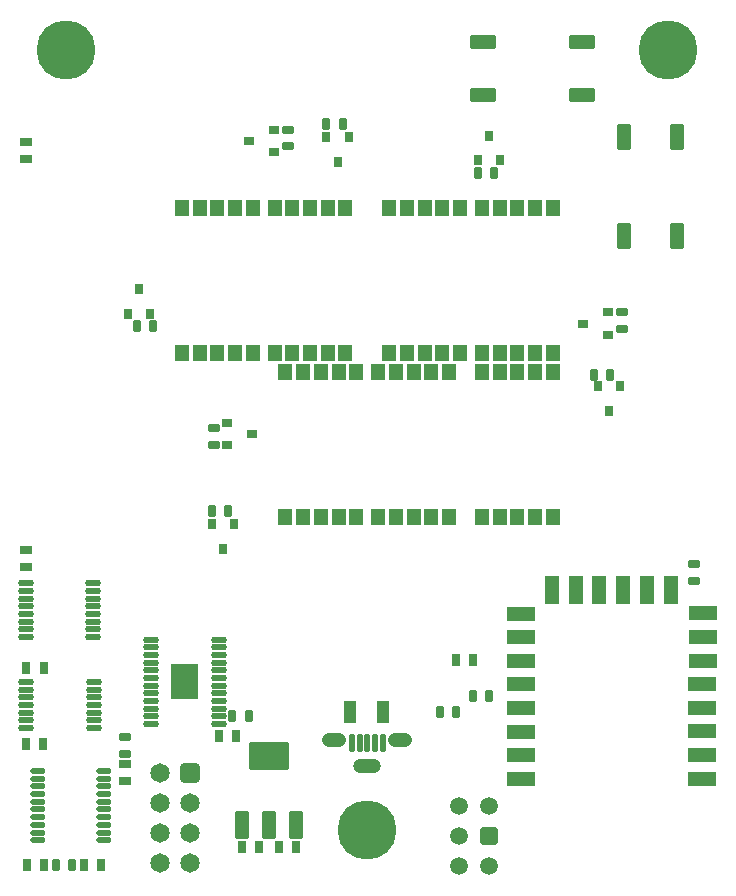
<source format=gbr>
%TF.GenerationSoftware,Altium Limited,Altium Designer,20.1.8 (145)*%
G04 Layer_Color=16711935*
%FSLAX44Y44*%
%MOMM*%
%TF.SameCoordinates,136F3CA4-168E-489F-BF15-BD865E51D291*%
%TF.FilePolarity,Negative*%
%TF.FileFunction,Soldermask,Bot*%
%TF.Part,Single*%
G01*
G75*
%TA.AperFunction,ComponentPad*%
%ADD55C,1.5000*%
G04:AMPARAMS|DCode=56|XSize=1.5mm|YSize=1.5mm|CornerRadius=0.15mm|HoleSize=0mm|Usage=FLASHONLY|Rotation=180.000|XOffset=0mm|YOffset=0mm|HoleType=Round|Shape=RoundedRectangle|*
%AMROUNDEDRECTD56*
21,1,1.5000,1.2000,0,0,180.0*
21,1,1.2000,1.5000,0,0,180.0*
1,1,0.3000,-0.6000,0.6000*
1,1,0.3000,0.6000,0.6000*
1,1,0.3000,0.6000,-0.6000*
1,1,0.3000,-0.6000,-0.6000*
%
%ADD56ROUNDEDRECTD56*%
%TA.AperFunction,SMDPad,CuDef*%
G04:AMPARAMS|DCode=92|XSize=2.25mm|YSize=1.15mm|CornerRadius=0.125mm|HoleSize=0mm|Usage=FLASHONLY|Rotation=90.000|XOffset=0mm|YOffset=0mm|HoleType=Round|Shape=RoundedRectangle|*
%AMROUNDEDRECTD92*
21,1,2.2500,0.9000,0,0,90.0*
21,1,2.0000,1.1500,0,0,90.0*
1,1,0.2500,0.4500,1.0000*
1,1,0.2500,0.4500,-1.0000*
1,1,0.2500,-0.4500,-1.0000*
1,1,0.2500,-0.4500,1.0000*
%
%ADD92ROUNDEDRECTD92*%
G04:AMPARAMS|DCode=93|XSize=2.25mm|YSize=1.15mm|CornerRadius=0.125mm|HoleSize=0mm|Usage=FLASHONLY|Rotation=180.000|XOffset=0mm|YOffset=0mm|HoleType=Round|Shape=RoundedRectangle|*
%AMROUNDEDRECTD93*
21,1,2.2500,0.9000,0,0,180.0*
21,1,2.0000,1.1500,0,0,180.0*
1,1,0.2500,-1.0000,0.4500*
1,1,0.2500,1.0000,0.4500*
1,1,0.2500,1.0000,-0.4500*
1,1,0.2500,-1.0000,-0.4500*
%
%ADD93ROUNDEDRECTD93*%
G04:AMPARAMS|DCode=94|XSize=1.15mm|YSize=1.4mm|CornerRadius=0.08mm|HoleSize=0mm|Usage=FLASHONLY|Rotation=180.000|XOffset=0mm|YOffset=0mm|HoleType=Round|Shape=RoundedRectangle|*
%AMROUNDEDRECTD94*
21,1,1.1500,1.2400,0,0,180.0*
21,1,0.9900,1.4000,0,0,180.0*
1,1,0.1600,-0.4950,0.6200*
1,1,0.1600,0.4950,0.6200*
1,1,0.1600,0.4950,-0.6200*
1,1,0.1600,-0.4950,-0.6200*
%
%ADD94ROUNDEDRECTD94*%
G04:AMPARAMS|DCode=95|XSize=1mm|YSize=0.75mm|CornerRadius=0.078mm|HoleSize=0mm|Usage=FLASHONLY|Rotation=0.000|XOffset=0mm|YOffset=0mm|HoleType=Round|Shape=RoundedRectangle|*
%AMROUNDEDRECTD95*
21,1,1.0000,0.5940,0,0,0.0*
21,1,0.8440,0.7500,0,0,0.0*
1,1,0.1560,0.4220,-0.2970*
1,1,0.1560,-0.4220,-0.2970*
1,1,0.1560,-0.4220,0.2970*
1,1,0.1560,0.4220,0.2970*
%
%ADD95ROUNDEDRECTD95*%
G04:AMPARAMS|DCode=96|XSize=1mm|YSize=0.75mm|CornerRadius=0.078mm|HoleSize=0mm|Usage=FLASHONLY|Rotation=270.000|XOffset=0mm|YOffset=0mm|HoleType=Round|Shape=RoundedRectangle|*
%AMROUNDEDRECTD96*
21,1,1.0000,0.5940,0,0,270.0*
21,1,0.8440,0.7500,0,0,270.0*
1,1,0.1560,-0.2970,-0.4220*
1,1,0.1560,-0.2970,0.4220*
1,1,0.1560,0.2970,0.4220*
1,1,0.1560,0.2970,-0.4220*
%
%ADD96ROUNDEDRECTD96*%
%ADD97O,1.3500X0.5500*%
%ADD98O,1.3000X0.5500*%
G04:AMPARAMS|DCode=99|XSize=1.8mm|YSize=1.1mm|CornerRadius=0.0798mm|HoleSize=0mm|Usage=FLASHONLY|Rotation=270.000|XOffset=0mm|YOffset=0mm|HoleType=Round|Shape=RoundedRectangle|*
%AMROUNDEDRECTD99*
21,1,1.8000,0.9405,0,0,270.0*
21,1,1.6405,1.1000,0,0,270.0*
1,1,0.1595,-0.4703,-0.8203*
1,1,0.1595,-0.4703,0.8203*
1,1,0.1595,0.4703,0.8203*
1,1,0.1595,0.4703,-0.8203*
%
%ADD99ROUNDEDRECTD99*%
G04:AMPARAMS|DCode=100|XSize=1.15mm|YSize=2.3mm|CornerRadius=0.08mm|HoleSize=0mm|Usage=FLASHONLY|Rotation=0.000|XOffset=0mm|YOffset=0mm|HoleType=Round|Shape=RoundedRectangle|*
%AMROUNDEDRECTD100*
21,1,1.1500,2.1400,0,0,0.0*
21,1,0.9900,2.3000,0,0,0.0*
1,1,0.1600,0.4950,-1.0700*
1,1,0.1600,-0.4950,-1.0700*
1,1,0.1600,-0.4950,1.0700*
1,1,0.1600,0.4950,1.0700*
%
%ADD100ROUNDEDRECTD100*%
G04:AMPARAMS|DCode=101|XSize=3.4mm|YSize=2.3mm|CornerRadius=0.0858mm|HoleSize=0mm|Usage=FLASHONLY|Rotation=0.000|XOffset=0mm|YOffset=0mm|HoleType=Round|Shape=RoundedRectangle|*
%AMROUNDEDRECTD101*
21,1,3.4000,2.1285,0,0,0.0*
21,1,3.2285,2.3000,0,0,0.0*
1,1,0.1715,1.6143,-1.0642*
1,1,0.1715,-1.6143,-1.0642*
1,1,0.1715,-1.6143,1.0642*
1,1,0.1715,1.6143,1.0642*
%
%ADD101ROUNDEDRECTD101*%
G04:AMPARAMS|DCode=102|XSize=0.7mm|YSize=0.85mm|CornerRadius=0.0778mm|HoleSize=0mm|Usage=FLASHONLY|Rotation=0.000|XOffset=0mm|YOffset=0mm|HoleType=Round|Shape=RoundedRectangle|*
%AMROUNDEDRECTD102*
21,1,0.7000,0.6945,0,0,0.0*
21,1,0.5445,0.8500,0,0,0.0*
1,1,0.1555,0.2723,-0.3473*
1,1,0.1555,-0.2723,-0.3473*
1,1,0.1555,-0.2723,0.3473*
1,1,0.1555,0.2723,0.3473*
%
%ADD102ROUNDEDRECTD102*%
G04:AMPARAMS|DCode=103|XSize=0.7mm|YSize=0.85mm|CornerRadius=0.0778mm|HoleSize=0mm|Usage=FLASHONLY|Rotation=90.000|XOffset=0mm|YOffset=0mm|HoleType=Round|Shape=RoundedRectangle|*
%AMROUNDEDRECTD103*
21,1,0.7000,0.6945,0,0,90.0*
21,1,0.5445,0.8500,0,0,90.0*
1,1,0.1555,0.3473,0.2723*
1,1,0.1555,0.3473,-0.2723*
1,1,0.1555,-0.3473,-0.2723*
1,1,0.1555,-0.3473,0.2723*
%
%ADD103ROUNDEDRECTD103*%
G04:AMPARAMS|DCode=104|XSize=1.25mm|YSize=2.45mm|CornerRadius=0.0805mm|HoleSize=0mm|Usage=FLASHONLY|Rotation=270.000|XOffset=0mm|YOffset=0mm|HoleType=Round|Shape=RoundedRectangle|*
%AMROUNDEDRECTD104*
21,1,1.2500,2.2890,0,0,270.0*
21,1,1.0890,2.4500,0,0,270.0*
1,1,0.1610,-1.1445,-0.5445*
1,1,0.1610,-1.1445,0.5445*
1,1,0.1610,1.1445,0.5445*
1,1,0.1610,1.1445,-0.5445*
%
%ADD104ROUNDEDRECTD104*%
G04:AMPARAMS|DCode=105|XSize=1.25mm|YSize=2.45mm|CornerRadius=0.0805mm|HoleSize=0mm|Usage=FLASHONLY|Rotation=180.000|XOffset=0mm|YOffset=0mm|HoleType=Round|Shape=RoundedRectangle|*
%AMROUNDEDRECTD105*
21,1,1.2500,2.2890,0,0,180.0*
21,1,1.0890,2.4500,0,0,180.0*
1,1,0.1610,-0.5445,1.1445*
1,1,0.1610,0.5445,1.1445*
1,1,0.1610,0.5445,-1.1445*
1,1,0.1610,-0.5445,-1.1445*
%
%ADD105ROUNDEDRECTD105*%
G04:AMPARAMS|DCode=106|XSize=0.53mm|YSize=1.58mm|CornerRadius=0.1525mm|HoleSize=0mm|Usage=FLASHONLY|Rotation=180.000|XOffset=0mm|YOffset=0mm|HoleType=Round|Shape=RoundedRectangle|*
%AMROUNDEDRECTD106*
21,1,0.5300,1.2750,0,0,180.0*
21,1,0.2250,1.5800,0,0,180.0*
1,1,0.3050,-0.1125,0.6375*
1,1,0.3050,0.1125,0.6375*
1,1,0.3050,0.1125,-0.6375*
1,1,0.3050,-0.1125,-0.6375*
%
%ADD106ROUNDEDRECTD106*%
G04:AMPARAMS|DCode=107|XSize=1mm|YSize=0.65mm|CornerRadius=0.0775mm|HoleSize=0mm|Usage=FLASHONLY|Rotation=270.000|XOffset=0mm|YOffset=0mm|HoleType=Round|Shape=RoundedRectangle|*
%AMROUNDEDRECTD107*
21,1,1.0000,0.4950,0,0,270.0*
21,1,0.8450,0.6500,0,0,270.0*
1,1,0.1550,-0.2475,-0.4225*
1,1,0.1550,-0.2475,0.4225*
1,1,0.1550,0.2475,0.4225*
1,1,0.1550,0.2475,-0.4225*
%
%ADD107ROUNDEDRECTD107*%
G04:AMPARAMS|DCode=108|XSize=1mm|YSize=0.65mm|CornerRadius=0.0775mm|HoleSize=0mm|Usage=FLASHONLY|Rotation=180.000|XOffset=0mm|YOffset=0mm|HoleType=Round|Shape=RoundedRectangle|*
%AMROUNDEDRECTD108*
21,1,1.0000,0.4950,0,0,180.0*
21,1,0.8450,0.6500,0,0,180.0*
1,1,0.1550,-0.4225,0.2475*
1,1,0.1550,0.4225,0.2475*
1,1,0.1550,0.4225,-0.2475*
1,1,0.1550,-0.4225,-0.2475*
%
%ADD108ROUNDEDRECTD108*%
%TA.AperFunction,ViaPad*%
%ADD109C,5.0000*%
%TA.AperFunction,ComponentPad*%
%ADD110O,2.3500X1.2500*%
%ADD111O,2.0500X1.2500*%
G04:AMPARAMS|DCode=112|XSize=1.65mm|YSize=1.65mm|CornerRadius=0.2625mm|HoleSize=0mm|Usage=FLASHONLY|Rotation=270.000|XOffset=0mm|YOffset=0mm|HoleType=Round|Shape=RoundedRectangle|*
%AMROUNDEDRECTD112*
21,1,1.6500,1.1250,0,0,270.0*
21,1,1.1250,1.6500,0,0,270.0*
1,1,0.5250,-0.5625,-0.5625*
1,1,0.5250,-0.5625,0.5625*
1,1,0.5250,0.5625,0.5625*
1,1,0.5250,0.5625,-0.5625*
%
%ADD112ROUNDEDRECTD112*%
%ADD113C,1.6500*%
G36*
X-165881Y-264559D02*
Y-294559D01*
X-142881D01*
Y-264559D01*
X-165881D01*
D02*
G37*
D55*
X102900Y-435400D02*
D03*
Y-384600D02*
D03*
X77500D02*
D03*
Y-410000D02*
D03*
Y-435400D02*
D03*
D56*
X102900Y-410000D02*
D03*
D92*
X262148Y97990D02*
D03*
Y181990D02*
D03*
X217148Y97990D02*
D03*
Y181990D02*
D03*
D93*
X97994Y217058D02*
D03*
X181994D02*
D03*
X97994Y262058D02*
D03*
X181994D02*
D03*
D94*
X63500Y-1320D02*
D03*
X48500D02*
D03*
X33500D02*
D03*
X18500D02*
D03*
X78500D02*
D03*
X63500Y121320D02*
D03*
X33500D02*
D03*
X48500D02*
D03*
X18500D02*
D03*
X78500D02*
D03*
X-18500D02*
D03*
X-78500D02*
D03*
X-48500D02*
D03*
X-63500D02*
D03*
X-33500D02*
D03*
X-18500Y-1320D02*
D03*
X-78500D02*
D03*
X-63500D02*
D03*
X-48500D02*
D03*
X-33500D02*
D03*
X142000Y-140320D02*
D03*
X127000D02*
D03*
X112000D02*
D03*
X97000D02*
D03*
X157000D02*
D03*
X142000Y-17680D02*
D03*
X112000D02*
D03*
X127000D02*
D03*
X97000D02*
D03*
X157000D02*
D03*
X157000Y121320D02*
D03*
X97000D02*
D03*
X127000D02*
D03*
X112000D02*
D03*
X142000D02*
D03*
X157000Y-1320D02*
D03*
X97000D02*
D03*
X112000D02*
D03*
X127000D02*
D03*
X142000D02*
D03*
X54250Y-140320D02*
D03*
X39250D02*
D03*
X24250D02*
D03*
X9250D02*
D03*
X69250D02*
D03*
X54250Y-17680D02*
D03*
X24250D02*
D03*
X39250D02*
D03*
X9250D02*
D03*
X69250D02*
D03*
X-9250D02*
D03*
X-69250D02*
D03*
X-39250D02*
D03*
X-54250D02*
D03*
X-24250D02*
D03*
X-9250Y-140320D02*
D03*
X-69250D02*
D03*
X-54250D02*
D03*
X-39250D02*
D03*
X-24250D02*
D03*
X-112000Y-1320D02*
D03*
X-127000D02*
D03*
X-142000D02*
D03*
X-157000D02*
D03*
X-97000D02*
D03*
X-112000Y121320D02*
D03*
X-142000D02*
D03*
X-127000D02*
D03*
X-157000D02*
D03*
X-97000D02*
D03*
D95*
X-288838Y163030D02*
D03*
Y177530D02*
D03*
X-289324Y-167746D02*
D03*
Y-182246D02*
D03*
X-204732Y-363344D02*
D03*
Y-348843D02*
D03*
D96*
X-59971Y-419914D02*
D03*
X-74471D02*
D03*
X-111381Y-325492D02*
D03*
X-125881D02*
D03*
X-225570Y-435021D02*
D03*
X-240070D02*
D03*
X-91471Y-419914D02*
D03*
X-105971D02*
D03*
X74790Y-261112D02*
D03*
X89290D02*
D03*
X-274570Y-332578D02*
D03*
X-289070D02*
D03*
X-274062Y-267762D02*
D03*
X-288562D02*
D03*
X-288081Y-435021D02*
D03*
X-273581D02*
D03*
D97*
X-232324Y-196130D02*
D03*
Y-202630D02*
D03*
Y-209130D02*
D03*
Y-215630D02*
D03*
Y-222130D02*
D03*
Y-228630D02*
D03*
Y-235130D02*
D03*
Y-241630D02*
D03*
X-289324Y-196130D02*
D03*
Y-202630D02*
D03*
Y-209130D02*
D03*
Y-215630D02*
D03*
Y-222130D02*
D03*
Y-228630D02*
D03*
Y-235130D02*
D03*
Y-241630D02*
D03*
X-182881Y-315309D02*
D03*
Y-308809D02*
D03*
Y-302309D02*
D03*
Y-295809D02*
D03*
Y-289309D02*
D03*
Y-282809D02*
D03*
Y-276309D02*
D03*
Y-269809D02*
D03*
Y-263309D02*
D03*
Y-256809D02*
D03*
Y-250309D02*
D03*
Y-243809D02*
D03*
X-125881Y-315309D02*
D03*
Y-308809D02*
D03*
Y-302309D02*
D03*
Y-295809D02*
D03*
Y-289309D02*
D03*
Y-282809D02*
D03*
Y-276309D02*
D03*
Y-269809D02*
D03*
Y-263309D02*
D03*
Y-256809D02*
D03*
Y-250309D02*
D03*
Y-243809D02*
D03*
X-288562Y-318769D02*
D03*
Y-312269D02*
D03*
Y-305769D02*
D03*
Y-299269D02*
D03*
Y-292769D02*
D03*
Y-286269D02*
D03*
Y-279769D02*
D03*
X-231562Y-318769D02*
D03*
Y-312269D02*
D03*
Y-305769D02*
D03*
Y-299269D02*
D03*
Y-292769D02*
D03*
Y-286269D02*
D03*
Y-279769D02*
D03*
D98*
X-222894Y-355231D02*
D03*
Y-361731D02*
D03*
Y-368231D02*
D03*
Y-374731D02*
D03*
Y-381231D02*
D03*
Y-387731D02*
D03*
Y-394231D02*
D03*
Y-400731D02*
D03*
Y-407231D02*
D03*
Y-413731D02*
D03*
X-278894Y-355231D02*
D03*
Y-361731D02*
D03*
Y-368231D02*
D03*
Y-374731D02*
D03*
Y-381231D02*
D03*
Y-387731D02*
D03*
Y-394231D02*
D03*
Y-400731D02*
D03*
Y-407231D02*
D03*
Y-413731D02*
D03*
D99*
X-15000Y-305000D02*
D03*
X13000D02*
D03*
D100*
X-59971Y-400937D02*
D03*
X-82971D02*
D03*
X-105971D02*
D03*
D101*
X-82971Y-342437D02*
D03*
D102*
X102903Y182834D02*
D03*
X93403Y161834D02*
D03*
X112403D02*
D03*
X204592Y-50153D02*
D03*
X214092Y-29153D02*
D03*
X195092D02*
D03*
X-121994Y-167155D02*
D03*
X-112494Y-146155D02*
D03*
X-131494D02*
D03*
X-193137Y52554D02*
D03*
X-202637Y31554D02*
D03*
X-183636D02*
D03*
X-25000Y160250D02*
D03*
X-15500Y181250D02*
D03*
X-34500D02*
D03*
D103*
X-99760Y178173D02*
D03*
X-78760Y168673D02*
D03*
Y187673D02*
D03*
X182609Y23682D02*
D03*
X203609Y14182D02*
D03*
Y33182D02*
D03*
X-97380Y-69630D02*
D03*
X-118380Y-60130D02*
D03*
Y-79130D02*
D03*
D104*
X283750Y-361730D02*
D03*
Y-341918D02*
D03*
Y-321598D02*
D03*
Y-301786D02*
D03*
Y-281720D02*
D03*
X284004Y-261654D02*
D03*
Y-241842D02*
D03*
X129794Y-222030D02*
D03*
Y-261908D02*
D03*
Y-281720D02*
D03*
Y-302040D02*
D03*
Y-321852D02*
D03*
Y-341918D02*
D03*
X284004Y-221776D02*
D03*
X129794Y-242096D02*
D03*
Y-361730D02*
D03*
D105*
X256810Y-202202D02*
D03*
X236490D02*
D03*
X216678D02*
D03*
X196358D02*
D03*
X176546D02*
D03*
X156734D02*
D03*
D106*
X0Y-331750D02*
D03*
X-13000D02*
D03*
X-6500D02*
D03*
X13000D02*
D03*
X6500D02*
D03*
D107*
X-100377Y-308809D02*
D03*
X-114377D02*
D03*
X75318Y-304800D02*
D03*
X61318D02*
D03*
X103290Y-291338D02*
D03*
X89290D02*
D03*
X-249879Y-435021D02*
D03*
X-263879D02*
D03*
X93403Y151581D02*
D03*
X107403D02*
D03*
X205624Y-19464D02*
D03*
X191624D02*
D03*
X-117494Y-135362D02*
D03*
X-131494D02*
D03*
X-181322Y21896D02*
D03*
X-195322D02*
D03*
X-20500Y192715D02*
D03*
X-34500D02*
D03*
D108*
X276860Y-194000D02*
D03*
Y-180000D02*
D03*
X-67462Y173673D02*
D03*
Y187673D02*
D03*
X215883Y19182D02*
D03*
Y33182D02*
D03*
X-129713Y-65130D02*
D03*
Y-79130D02*
D03*
X-204732Y-340505D02*
D03*
Y-326505D02*
D03*
D109*
X0Y-405000D02*
D03*
X255000Y255000D02*
D03*
X-255000D02*
D03*
D110*
X0Y-350750D02*
D03*
D111*
X28000Y-329250D02*
D03*
X-28000D02*
D03*
D112*
X-150023Y-356980D02*
D03*
D113*
Y-382380D02*
D03*
Y-407780D02*
D03*
Y-433180D02*
D03*
X-175424Y-356980D02*
D03*
Y-382380D02*
D03*
Y-407780D02*
D03*
Y-433180D02*
D03*
%TF.MD5,aa67d73280ddfbf371e3b352188e9827*%
M02*

</source>
